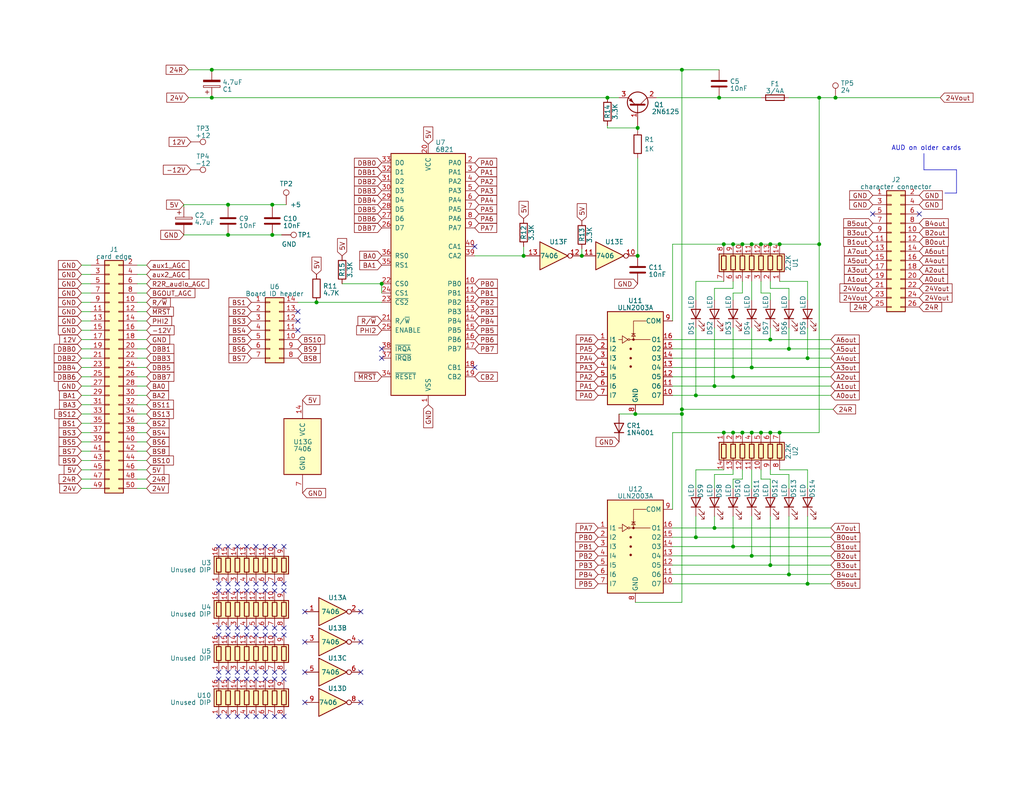
<source format=kicad_sch>
(kicad_sch (version 20230121) (generator eeschema)
  (paper "A")
  (junction (at 220.345 159.385))
  (junction (at 142.875 69.85))
  (junction (at 197.485 118.11))
  (junction (at 215.265 156.845))
  (junction (at 194.945 105.41))
  (junction (at 205.105 118.11))
  (junction (at 173.355 113.03))
  (junction (at 197.485 66.675))
  (junction (at 189.865 146.685))
  (junction (at 202.565 66.675))
  (junction (at 223.52 66.675))
  (junction (at 207.645 66.675))
  (junction (at 173.99 34.925))
  (junction (at 74.295 64.135))
  (junction (at 104.14 77.47))
  (junction (at 205.105 151.765))
  (junction (at 220.345 97.79))
  (junction (at 158.75 69.85))
  (junction (at 196.215 26.67))
  (junction (at 210.185 92.71))
  (junction (at 200.025 149.225))
  (junction (at 165.735 26.67))
  (junction (at 200.025 66.675))
  (junction (at 62.23 55.88))
  (junction (at 215.265 95.25))
  (junction (at 194.945 144.145))
  (junction (at 223.52 26.67))
  (junction (at 200.025 118.11))
  (junction (at 57.785 26.67))
  (junction (at 210.185 66.675))
  (junction (at 210.185 118.11))
  (junction (at 57.785 19.05))
  (junction (at 173.99 69.85))
  (junction (at 186.055 111.76))
  (junction (at 205.105 66.675))
  (junction (at 186.055 19.05))
  (junction (at 186.055 113.03))
  (junction (at 205.105 100.33))
  (junction (at 212.725 66.675))
  (junction (at 86.36 82.55))
  (junction (at 212.725 118.11))
  (junction (at 227.965 26.67))
  (junction (at 74.295 55.88))
  (junction (at 202.565 118.11))
  (junction (at 207.645 118.11))
  (junction (at 200.025 102.87))
  (junction (at 210.185 154.305))
  (junction (at 62.23 64.135))
  (junction (at 189.865 107.95))
  (no_connect (at 72.39 149.225))
  (no_connect (at 83.185 191.77))
  (no_connect (at 69.85 195.58))
  (no_connect (at 64.77 161.29))
  (no_connect (at 98.425 183.515))
  (no_connect (at 81.28 85.09))
  (no_connect (at 74.93 183.515))
  (no_connect (at 74.93 185.42))
  (no_connect (at 69.85 171.45))
  (no_connect (at 59.69 161.29))
  (no_connect (at 69.85 159.385))
  (no_connect (at 67.31 161.29))
  (no_connect (at 72.39 183.515))
  (no_connect (at 74.93 171.45))
  (no_connect (at 238.125 58.42))
  (no_connect (at 129.54 100.33))
  (no_connect (at 129.54 67.31))
  (no_connect (at 98.425 191.77))
  (no_connect (at 74.93 161.29))
  (no_connect (at 59.69 149.225))
  (no_connect (at 72.39 173.355))
  (no_connect (at 77.47 173.355))
  (no_connect (at 64.77 173.355))
  (no_connect (at 62.23 183.515))
  (no_connect (at 77.47 159.385))
  (no_connect (at 62.23 185.42))
  (no_connect (at 59.69 173.355))
  (no_connect (at 83.185 183.515))
  (no_connect (at 69.85 185.42))
  (no_connect (at 59.69 171.45))
  (no_connect (at 69.85 173.355))
  (no_connect (at 67.31 149.225))
  (no_connect (at 59.69 195.58))
  (no_connect (at 72.39 171.45))
  (no_connect (at 67.31 195.58))
  (no_connect (at 67.31 171.45))
  (no_connect (at 62.23 159.385))
  (no_connect (at 67.31 159.385))
  (no_connect (at 64.77 171.45))
  (no_connect (at 81.28 87.63))
  (no_connect (at 64.77 185.42))
  (no_connect (at 104.14 95.25))
  (no_connect (at 59.69 159.385))
  (no_connect (at 62.23 149.225))
  (no_connect (at 69.85 161.29))
  (no_connect (at 250.825 58.42))
  (no_connect (at 77.47 171.45))
  (no_connect (at 64.77 183.515))
  (no_connect (at 74.93 173.355))
  (no_connect (at 98.425 175.26))
  (no_connect (at 77.47 149.225))
  (no_connect (at 104.14 97.79))
  (no_connect (at 72.39 161.29))
  (no_connect (at 59.69 185.42))
  (no_connect (at 77.47 185.42))
  (no_connect (at 74.93 195.58))
  (no_connect (at 64.77 195.58))
  (no_connect (at 62.23 173.355))
  (no_connect (at 74.93 149.225))
  (no_connect (at 69.85 149.225))
  (no_connect (at 77.47 183.515))
  (no_connect (at 98.425 167.005))
  (no_connect (at 72.39 185.42))
  (no_connect (at 81.28 90.17))
  (no_connect (at 64.77 159.385))
  (no_connect (at 74.93 159.385))
  (no_connect (at 77.47 195.58))
  (no_connect (at 62.23 161.29))
  (no_connect (at 83.185 167.005))
  (no_connect (at 59.69 183.515))
  (no_connect (at 62.23 195.58))
  (no_connect (at 64.77 149.225))
  (no_connect (at 67.31 185.42))
  (no_connect (at 69.85 183.515))
  (no_connect (at 67.31 183.515))
  (no_connect (at 72.39 159.385))
  (no_connect (at 83.185 175.26))
  (no_connect (at 62.23 171.45))
  (no_connect (at 67.31 173.355))
  (no_connect (at 77.47 161.29))
  (no_connect (at 72.39 195.58))
  (wire (pts (xy 202.565 128.27) (xy 202.565 130.81)))
  (wire (pts (xy 189.865 146.685) (xy 189.865 140.97)))
  (wire (pts (xy 40.005 113.03) (xy 37.465 113.03)))
  (wire (pts (xy 183.515 97.79) (xy 220.345 97.79)))
  (wire (pts (xy 40.005 123.19) (xy 37.465 123.19)))
  (wire (pts (xy 40.005 102.87) (xy 37.465 102.87)))
  (polyline (pts (xy 260.985 46.355) (xy 260.985 52.705)))
  (wire (pts (xy 40.005 107.95) (xy 37.465 107.95)))
  (wire (pts (xy 40.005 80.01) (xy 37.465 80.01)))
  (wire (pts (xy 207.645 130.81) (xy 210.185 130.81)))
  (wire (pts (xy 189.865 107.95) (xy 189.865 89.535)))
  (wire (pts (xy 179.07 26.67) (xy 196.215 26.67)))
  (wire (pts (xy 189.865 107.95) (xy 183.515 107.95)))
  (wire (pts (xy 24.765 90.17) (xy 22.225 90.17)))
  (wire (pts (xy 24.765 72.39) (xy 22.225 72.39)))
  (wire (pts (xy 226.695 144.145) (xy 194.945 144.145)))
  (wire (pts (xy 189.865 81.915) (xy 189.865 76.835)))
  (wire (pts (xy 200.025 80.01) (xy 202.565 80.01)))
  (wire (pts (xy 189.865 76.835) (xy 197.485 76.835)))
  (wire (pts (xy 227.965 26.67) (xy 256.54 26.67)))
  (wire (pts (xy 220.345 159.385) (xy 220.345 140.97)))
  (wire (pts (xy 220.345 97.79) (xy 226.695 97.79)))
  (wire (pts (xy 86.36 82.55) (xy 104.14 82.55)))
  (wire (pts (xy 215.265 156.845) (xy 183.515 156.845)))
  (wire (pts (xy 189.865 133.35) (xy 189.865 128.27)))
  (wire (pts (xy 200.025 149.225) (xy 183.515 149.225)))
  (wire (pts (xy 24.765 107.95) (xy 22.225 107.95)))
  (wire (pts (xy 24.765 80.01) (xy 22.225 80.01)))
  (wire (pts (xy 226.695 146.685) (xy 189.865 146.685)))
  (wire (pts (xy 24.765 95.25) (xy 22.225 95.25)))
  (wire (pts (xy 24.765 120.65) (xy 22.225 120.65)))
  (wire (pts (xy 194.945 78.74) (xy 194.945 81.915)))
  (wire (pts (xy 210.185 81.915) (xy 210.185 80.01)))
  (wire (pts (xy 215.265 95.25) (xy 183.515 95.25)))
  (wire (pts (xy 40.005 92.71) (xy 37.465 92.71)))
  (wire (pts (xy 142.875 69.85) (xy 143.51 69.85)))
  (wire (pts (xy 207.645 128.27) (xy 207.645 130.81)))
  (wire (pts (xy 200.025 130.81) (xy 200.025 133.35)))
  (wire (pts (xy 24.765 110.49) (xy 22.225 110.49)))
  (wire (pts (xy 40.005 130.81) (xy 37.465 130.81)))
  (wire (pts (xy 226.695 151.765) (xy 205.105 151.765)))
  (wire (pts (xy 62.23 64.135) (xy 74.295 64.135)))
  (wire (pts (xy 212.725 66.675) (xy 223.52 66.675)))
  (wire (pts (xy 210.185 92.71) (xy 183.515 92.71)))
  (wire (pts (xy 226.695 100.33) (xy 205.105 100.33)))
  (wire (pts (xy 40.005 118.11) (xy 37.465 118.11)))
  (polyline (pts (xy 257.81 52.705) (xy 260.985 52.705)))
  (wire (pts (xy 220.345 89.535) (xy 220.345 97.79)))
  (wire (pts (xy 212.725 128.27) (xy 220.345 128.27)))
  (wire (pts (xy 200.025 129.54) (xy 194.945 129.54)))
  (wire (pts (xy 74.295 55.88) (xy 74.295 56.515)))
  (wire (pts (xy 50.165 64.135) (xy 62.23 64.135)))
  (wire (pts (xy 200.025 66.675) (xy 197.485 66.675)))
  (wire (pts (xy 226.695 154.305) (xy 210.185 154.305)))
  (wire (pts (xy 202.565 130.81) (xy 200.025 130.81)))
  (wire (pts (xy 40.005 125.73) (xy 37.465 125.73)))
  (wire (pts (xy 212.725 76.835) (xy 220.345 76.835)))
  (wire (pts (xy 24.765 85.09) (xy 22.225 85.09)))
  (wire (pts (xy 40.005 74.93) (xy 37.465 74.93)))
  (wire (pts (xy 165.735 26.67) (xy 168.91 26.67)))
  (polyline (pts (xy 252.095 46.355) (xy 260.985 46.355)))
  (wire (pts (xy 40.005 115.57) (xy 37.465 115.57)))
  (wire (pts (xy 212.725 66.675) (xy 210.185 66.675)))
  (wire (pts (xy 183.515 118.11) (xy 197.485 118.11)))
  (wire (pts (xy 40.005 95.25) (xy 37.465 95.25)))
  (wire (pts (xy 24.765 87.63) (xy 22.225 87.63)))
  (wire (pts (xy 104.14 77.47) (xy 104.14 80.01)))
  (wire (pts (xy 197.485 118.11) (xy 200.025 118.11)))
  (wire (pts (xy 51.435 19.05) (xy 57.785 19.05)))
  (wire (pts (xy 173.355 113.03) (xy 186.055 113.03)))
  (wire (pts (xy 62.23 55.88) (xy 74.295 55.88)))
  (wire (pts (xy 205.105 151.765) (xy 205.105 140.97)))
  (wire (pts (xy 215.265 95.25) (xy 215.265 89.535)))
  (wire (pts (xy 194.945 105.41) (xy 194.945 89.535)))
  (wire (pts (xy 210.185 129.54) (xy 215.265 129.54)))
  (wire (pts (xy 194.945 133.35) (xy 194.945 129.54)))
  (wire (pts (xy 210.185 154.305) (xy 210.185 140.97)))
  (wire (pts (xy 210.185 66.675) (xy 207.645 66.675)))
  (wire (pts (xy 40.005 72.39) (xy 37.465 72.39)))
  (wire (pts (xy 223.52 26.67) (xy 223.52 66.675)))
  (wire (pts (xy 226.695 105.41) (xy 194.945 105.41)))
  (wire (pts (xy 165.735 34.925) (xy 173.99 34.925)))
  (wire (pts (xy 186.055 164.465) (xy 186.055 113.03)))
  (wire (pts (xy 226.695 159.385) (xy 220.345 159.385)))
  (wire (pts (xy 24.765 128.27) (xy 22.225 128.27)))
  (wire (pts (xy 215.265 26.67) (xy 223.52 26.67)))
  (wire (pts (xy 76.835 64.135) (xy 74.295 64.135)))
  (wire (pts (xy 24.765 113.03) (xy 22.225 113.03)))
  (wire (pts (xy 50.165 55.88) (xy 50.165 56.515)))
  (wire (pts (xy 81.28 82.55) (xy 86.36 82.55)))
  (wire (pts (xy 210.185 92.71) (xy 226.695 92.71)))
  (wire (pts (xy 210.185 92.71) (xy 210.185 89.535)))
  (wire (pts (xy 173.99 35.56) (xy 173.99 34.925)))
  (wire (pts (xy 197.485 128.27) (xy 189.865 128.27)))
  (wire (pts (xy 194.945 105.41) (xy 183.515 105.41)))
  (wire (pts (xy 129.54 69.85) (xy 142.875 69.85)))
  (wire (pts (xy 40.005 105.41) (xy 37.465 105.41)))
  (wire (pts (xy 186.055 19.05) (xy 196.215 19.05)))
  (wire (pts (xy 24.765 97.79) (xy 22.225 97.79)))
  (wire (pts (xy 24.765 115.57) (xy 22.225 115.57)))
  (wire (pts (xy 186.055 111.76) (xy 186.055 113.03)))
  (wire (pts (xy 40.005 97.79) (xy 37.465 97.79)))
  (wire (pts (xy 62.23 55.88) (xy 62.23 56.515)))
  (wire (pts (xy 40.005 85.09) (xy 37.465 85.09)))
  (wire (pts (xy 202.565 80.01) (xy 202.565 76.835)))
  (wire (pts (xy 207.645 76.835) (xy 207.645 80.01)))
  (wire (pts (xy 220.345 81.915) (xy 220.345 76.835)))
  (wire (pts (xy 40.005 133.35) (xy 37.465 133.35)))
  (wire (pts (xy 40.005 128.27) (xy 37.465 128.27)))
  (wire (pts (xy 50.165 55.88) (xy 62.23 55.88)))
  (wire (pts (xy 24.765 125.73) (xy 22.225 125.73)))
  (wire (pts (xy 24.765 130.81) (xy 22.225 130.81)))
  (wire (pts (xy 24.765 105.41) (xy 22.225 105.41)))
  (wire (pts (xy 24.765 82.55) (xy 22.225 82.55)))
  (wire (pts (xy 207.645 118.11) (xy 205.105 118.11)))
  (wire (pts (xy 212.725 118.11) (xy 223.52 118.11)))
  (wire (pts (xy 93.345 77.47) (xy 104.14 77.47)))
  (wire (pts (xy 215.265 156.845) (xy 215.265 140.97)))
  (wire (pts (xy 173.355 164.465) (xy 186.055 164.465)))
  (wire (pts (xy 200.025 128.27) (xy 200.025 129.54)))
  (wire (pts (xy 183.515 66.675) (xy 183.515 87.63)))
  (wire (pts (xy 215.265 129.54) (xy 215.265 133.35)))
  (wire (pts (xy 40.005 110.49) (xy 37.465 110.49)))
  (wire (pts (xy 78.105 55.88) (xy 74.295 55.88)))
  (wire (pts (xy 223.52 66.675) (xy 223.52 118.11)))
  (wire (pts (xy 210.185 76.835) (xy 210.185 78.74)))
  (wire (pts (xy 200.025 78.74) (xy 194.945 78.74)))
  (wire (pts (xy 226.695 149.225) (xy 200.025 149.225)))
  (wire (pts (xy 24.765 100.33) (xy 22.225 100.33)))
  (wire (pts (xy 24.765 74.93) (xy 22.225 74.93)))
  (wire (pts (xy 51.435 26.67) (xy 57.785 26.67)))
  (wire (pts (xy 207.645 80.01) (xy 210.185 80.01)))
  (wire (pts (xy 200.025 149.225) (xy 200.025 140.97)))
  (wire (pts (xy 183.515 118.11) (xy 183.515 139.065)))
  (wire (pts (xy 205.105 151.765) (xy 183.515 151.765)))
  (wire (pts (xy 210.185 78.74) (xy 215.265 78.74)))
  (wire (pts (xy 40.005 100.33) (xy 37.465 100.33)))
  (wire (pts (xy 226.695 156.845) (xy 215.265 156.845)))
  (wire (pts (xy 40.005 90.17) (xy 37.465 90.17)))
  (wire (pts (xy 205.105 100.33) (xy 205.105 89.535)))
  (wire (pts (xy 205.105 66.675) (xy 207.645 66.675)))
  (wire (pts (xy 24.765 77.47) (xy 22.225 77.47)))
  (wire (pts (xy 210.185 154.305) (xy 183.515 154.305)))
  (wire (pts (xy 168.91 113.03) (xy 173.355 113.03)))
  (wire (pts (xy 205.105 118.11) (xy 202.565 118.11)))
  (wire (pts (xy 40.005 77.47) (xy 37.465 77.47)))
  (wire (pts (xy 165.735 34.925) (xy 165.735 34.29)))
  (wire (pts (xy 223.52 26.67) (xy 227.965 26.67)))
  (wire (pts (xy 205.105 81.915) (xy 205.105 76.835)))
  (wire (pts (xy 197.485 66.675) (xy 183.515 66.675)))
  (wire (pts (xy 200.025 78.74) (xy 200.025 76.835)))
  (wire (pts (xy 142.875 67.31) (xy 142.875 69.85)))
  (wire (pts (xy 24.765 92.71) (xy 22.225 92.71)))
  (wire (pts (xy 202.565 66.675) (xy 200.025 66.675)))
  (wire (pts (xy 210.185 118.11) (xy 207.645 118.11)))
  (wire (pts (xy 24.765 102.87) (xy 22.225 102.87)))
  (wire (pts (xy 40.005 87.63) (xy 37.465 87.63)))
  (wire (pts (xy 40.005 82.55) (xy 37.465 82.55)))
  (wire (pts (xy 189.865 146.685) (xy 183.515 146.685)))
  (wire (pts (xy 57.785 26.67) (xy 165.735 26.67)))
  (wire (pts (xy 200.025 102.87) (xy 183.515 102.87)))
  (wire (pts (xy 194.945 144.145) (xy 194.945 140.97)))
  (wire (pts (xy 24.765 118.11) (xy 22.225 118.11)))
  (wire (pts (xy 210.185 130.81) (xy 210.185 133.35)))
  (wire (pts (xy 186.055 19.05) (xy 186.055 111.76)))
  (wire (pts (xy 220.345 128.27) (xy 220.345 133.35)))
  (wire (pts (xy 226.695 107.95) (xy 189.865 107.95)))
  (wire (pts (xy 57.785 19.05) (xy 186.055 19.05)))
  (wire (pts (xy 205.105 100.33) (xy 183.515 100.33)))
  (wire (pts (xy 226.695 95.25) (xy 215.265 95.25)))
  (wire (pts (xy 220.345 159.385) (xy 183.515 159.385)))
  (wire (pts (xy 210.185 128.27) (xy 210.185 129.54)))
  (wire (pts (xy 226.695 102.87) (xy 200.025 102.87)))
  (wire (pts (xy 158.75 67.945) (xy 158.75 69.85)))
  (wire (pts (xy 200.025 102.87) (xy 200.025 89.535)))
  (wire (pts (xy 173.99 43.18) (xy 173.99 69.85)))
  (wire (pts (xy 207.645 26.67) (xy 196.215 26.67)))
  (wire (pts (xy 173.99 34.925) (xy 173.99 34.29)))
  (wire (pts (xy 227.33 111.76) (xy 186.055 111.76)))
  (wire (pts (xy 202.565 118.11) (xy 200.025 118.11)))
  (wire (pts (xy 194.945 144.145) (xy 183.515 144.145)))
  (wire (pts (xy 200.025 81.915) (xy 200.025 80.01)))
  (wire (pts (xy 202.565 66.675) (xy 205.105 66.675)))
  (polyline (pts (xy 252.095 41.91) (xy 252.095 46.355)))
  (wire (pts (xy 24.765 123.19) (xy 22.225 123.19)))
  (wire (pts (xy 40.005 120.65) (xy 37.465 120.65)))
  (wire (pts (xy 24.765 133.35) (xy 22.225 133.35)))
  (wire (pts (xy 212.725 118.11) (xy 210.185 118.11)))
  (wire (pts (xy 205.105 133.35) (xy 205.105 128.27)))
  (wire (pts (xy 215.265 78.74) (xy 215.265 81.915)))
  (text "AUD on older cards" (at 243.205 41.275 0) (effects (font (size 1.27 1.27)) (justify left bottom)))
  (global_label "aux1_AGC" (shape input) (at 40.005 72.39 0) (property "Intersheetrefs" "${INTERSHEET_REFS}" (effects hide)))
  (global_label "BS2" (shape input) (at 68.58 85.09 180) (property "Intersheetrefs" "${INTERSHEET_REFS}" (effects hide)))
  (global_label "PA4" (shape input) (at 163.195 97.79 180) (property "Intersheetrefs" "${INTERSHEET_REFS}" (effects hide)))
  (global_label "DBB6" (shape input) (at 104.14 59.69 180) (property "Intersheetrefs" "${INTERSHEET_REFS}" (effects hide)))
  (global_label "GND" (shape input) (at 168.91 120.65 180) (property "Intersheetrefs" "${INTERSHEET_REFS}" (effects hide)))
  (global_label "GND" (shape input) (at 22.225 80.01 180) (property "Intersheetrefs" "${INTERSHEET_REFS}" (effects hide)))
  (global_label "aux2_AGC" (shape input) (at 40.005 74.93 0) (property "Intersheetrefs" "${INTERSHEET_REFS}" (effects hide)))
  (global_label "PA7" (shape input) (at 129.54 62.23 0) (property "Intersheetrefs" "${INTERSHEET_REFS}" (effects hide)))
  (global_label "PHI2" (shape input) (at 104.14 90.17 180) (property "Intersheetrefs" "${INTERSHEET_REFS}" (effects hide)))
  (global_label "DBB3" (shape input) (at 104.14 52.07 180) (property "Intersheetrefs" "${INTERSHEET_REFS}" (effects hide)))
  (global_label "BA1" (shape input) (at 104.14 72.39 180) (property "Intersheetrefs" "${INTERSHEET_REFS}" (effects hide)))
  (global_label "24V" (shape input) (at 40.005 133.35 0) (property "Intersheetrefs" "${INTERSHEET_REFS}" (effects hide)))
  (global_label "DBB2" (shape input) (at 104.14 49.53 180) (property "Intersheetrefs" "${INTERSHEET_REFS}" (effects hide)))
  (global_label "BA2" (shape input) (at 40.005 107.95 0) (property "Intersheetrefs" "${INTERSHEET_REFS}" (effects hide)))
  (global_label "BS2" (shape input) (at 40.005 115.57 0) (property "Intersheetrefs" "${INTERSHEET_REFS}" (effects hide)))
  (global_label "GND" (shape input) (at 250.825 55.88 0) (property "Intersheetrefs" "${INTERSHEET_REFS}" (effects hide)))
  (global_label "DBB5" (shape input) (at 104.14 57.15 180) (property "Intersheetrefs" "${INTERSHEET_REFS}" (effects hide)))
  (global_label "5V" (shape input) (at 82.55 109.22 0) (property "Intersheetrefs" "${INTERSHEET_REFS}" (effects hide)))
  (global_label "BS8" (shape input) (at 81.28 97.79 0) (property "Intersheetrefs" "${INTERSHEET_REFS}" (effects hide)))
  (global_label "BA3" (shape input) (at 22.225 110.49 180) (property "Intersheetrefs" "${INTERSHEET_REFS}" (effects hide)))
  (global_label "GND" (shape input) (at 50.165 64.135 180) (property "Intersheetrefs" "${INTERSHEET_REFS}" (effects hide)))
  (global_label "24R" (shape input) (at 227.33 111.76 0) (property "Intersheetrefs" "${INTERSHEET_REFS}" (effects hide)))
  (global_label "PA2" (shape input) (at 129.54 49.53 0) (property "Intersheetrefs" "${INTERSHEET_REFS}" (effects hide)))
  (global_label "DBB0" (shape input) (at 104.14 44.45 180) (property "Intersheetrefs" "${INTERSHEET_REFS}" (effects hide)))
  (global_label "A6out" (shape input) (at 226.695 92.71 0) (property "Intersheetrefs" "${INTERSHEET_REFS}" (effects hide)))
  (global_label "PA3" (shape input) (at 163.195 100.33 180) (property "Intersheetrefs" "${INTERSHEET_REFS}" (effects hide)))
  (global_label "BS4" (shape input) (at 40.005 118.11 0) (property "Intersheetrefs" "${INTERSHEET_REFS}" (effects hide)))
  (global_label "PA0" (shape input) (at 129.54 44.45 0) (property "Intersheetrefs" "${INTERSHEET_REFS}" (effects hide)))
  (global_label "~{MRST}" (shape input) (at 104.14 102.87 180) (property "Intersheetrefs" "${INTERSHEET_REFS}" (effects hide)))
  (global_label "GND" (shape input) (at 22.225 82.55 180) (property "Intersheetrefs" "${INTERSHEET_REFS}" (effects hide)))
  (global_label "5V" (shape input) (at 22.225 128.27 180) (property "Intersheetrefs" "${INTERSHEET_REFS}" (effects hide)))
  (global_label "A5out" (shape input) (at 238.125 71.12 180) (property "Intersheetrefs" "${INTERSHEET_REFS}" (effects hide)))
  (global_label "PA7" (shape input) (at 163.195 144.145 180) (property "Intersheetrefs" "${INTERSHEET_REFS}" (effects hide)))
  (global_label "DBB7" (shape input) (at 40.005 102.87 0) (property "Intersheetrefs" "${INTERSHEET_REFS}" (effects hide)))
  (global_label "PA0" (shape input) (at 163.195 107.95 180) (property "Intersheetrefs" "${INTERSHEET_REFS}" (effects hide)))
  (global_label "24R" (shape input) (at 250.825 83.82 0) (property "Intersheetrefs" "${INTERSHEET_REFS}" (effects hide)))
  (global_label "DBB1" (shape input) (at 40.005 95.25 0) (property "Intersheetrefs" "${INTERSHEET_REFS}" (effects hide)))
  (global_label "5V" (shape input) (at 158.75 60.325 90) (property "Intersheetrefs" "${INTERSHEET_REFS}" (effects hide)))
  (global_label "PB3" (shape input) (at 163.195 154.305 180) (property "Intersheetrefs" "${INTERSHEET_REFS}" (effects hide)))
  (global_label "24Vout" (shape input) (at 250.825 81.28 0) (property "Intersheetrefs" "${INTERSHEET_REFS}" (effects hide)))
  (global_label "PB5" (shape input) (at 163.195 159.385 180) (property "Intersheetrefs" "${INTERSHEET_REFS}" (effects hide)))
  (global_label "PB6" (shape input) (at 129.54 92.71 0) (property "Intersheetrefs" "${INTERSHEET_REFS}" (effects hide)))
  (global_label "BS1" (shape input) (at 22.225 115.57 180) (property "Intersheetrefs" "${INTERSHEET_REFS}" (effects hide)))
  (global_label "PA4" (shape input) (at 129.54 54.61 0) (property "Intersheetrefs" "${INTERSHEET_REFS}" (effects hide)))
  (global_label "-12V" (shape input) (at 52.07 46.355 180) (property "Intersheetrefs" "${INTERSHEET_REFS}" (effects hide)))
  (global_label "PA6" (shape input) (at 129.54 59.69 0) (property "Intersheetrefs" "${INTERSHEET_REFS}" (effects hide)))
  (global_label "BS5" (shape input) (at 22.225 120.65 180) (property "Intersheetrefs" "${INTERSHEET_REFS}" (effects hide)))
  (global_label "GND" (shape input) (at 22.225 85.09 180) (property "Intersheetrefs" "${INTERSHEET_REFS}" (effects hide)))
  (global_label "DBB4" (shape input) (at 104.14 54.61 180) (property "Intersheetrefs" "${INTERSHEET_REFS}" (effects hide)))
  (global_label "24Vout" (shape input) (at 238.125 81.28 180) (property "Intersheetrefs" "${INTERSHEET_REFS}" (effects hide)))
  (global_label "A5out" (shape input) (at 226.695 95.25 0) (property "Intersheetrefs" "${INTERSHEET_REFS}" (effects hide)))
  (global_label "GND" (shape input) (at 238.125 53.34 180) (property "Intersheetrefs" "${INTERSHEET_REFS}" (effects hide)))
  (global_label "BS6" (shape input) (at 68.58 95.25 180) (property "Intersheetrefs" "${INTERSHEET_REFS}" (effects hide)))
  (global_label "GND" (shape input) (at 250.825 53.34 0) (property "Intersheetrefs" "${INTERSHEET_REFS}" (effects hide)))
  (global_label "BGOUT_AGC" (shape input) (at 40.005 80.01 0) (property "Intersheetrefs" "${INTERSHEET_REFS}" (effects hide)))
  (global_label "A2out" (shape input) (at 250.825 73.66 0) (property "Intersheetrefs" "${INTERSHEET_REFS}" (effects hide)))
  (global_label "PHI2" (shape input) (at 40.005 87.63 0) (property "Intersheetrefs" "${INTERSHEET_REFS}" (effects hide)))
  (global_label "GND" (shape input) (at 22.225 77.47 180) (property "Intersheetrefs" "${INTERSHEET_REFS}" (effects hide)))
  (global_label "24Vout" (shape input) (at 250.825 78.74 0) (property "Intersheetrefs" "${INTERSHEET_REFS}" (effects hide)))
  (global_label "24V" (shape input) (at 22.225 133.35 180) (property "Intersheetrefs" "${INTERSHEET_REFS}" (effects hide)))
  (global_label "B0out" (shape input) (at 250.825 66.04 0) (property "Intersheetrefs" "${INTERSHEET_REFS}" (effects hide)))
  (global_label "A2out" (shape input) (at 226.695 102.87 0) (property "Intersheetrefs" "${INTERSHEET_REFS}" (effects hide)))
  (global_label "B5out" (shape input) (at 226.695 159.385 0) (property "Intersheetrefs" "${INTERSHEET_REFS}" (effects hide)))
  (global_label "B4out" (shape input) (at 226.695 156.845 0) (property "Intersheetrefs" "${INTERSHEET_REFS}" (effects hide)))
  (global_label "B3out" (shape input) (at 238.125 63.5 180) (property "Intersheetrefs" "${INTERSHEET_REFS}" (effects hide)))
  (global_label "PB7" (shape input) (at 129.54 95.25 0) (property "Intersheetrefs" "${INTERSHEET_REFS}" (effects hide)))
  (global_label "PB4" (shape input) (at 129.54 87.63 0) (property "Intersheetrefs" "${INTERSHEET_REFS}" (effects hide)))
  (global_label "12V" (shape input) (at 52.07 38.735 180) (property "Intersheetrefs" "${INTERSHEET_REFS}" (effects hide)))
  (global_label "R{slash}~{W}" (shape input) (at 40.005 82.55 0) (property "Intersheetrefs" "${INTERSHEET_REFS}" (effects hide)))
  (global_label "GND" (shape input) (at 22.225 105.41 180) (property "Intersheetrefs" "${INTERSHEET_REFS}" (effects hide)))
  (global_label "DBB2" (shape input) (at 22.225 97.79 180) (property "Intersheetrefs" "${INTERSHEET_REFS}" (effects hide)))
  (global_label "24Vout" (shape input) (at 238.125 78.74 180) (property "Intersheetrefs" "${INTERSHEET_REFS}" (effects hide)))
  (global_label "BS3" (shape input) (at 22.225 118.11 180) (property "Intersheetrefs" "${INTERSHEET_REFS}" (effects hide)))
  (global_label "BA0" (shape input) (at 40.005 105.41 0) (property "Intersheetrefs" "${INTERSHEET_REFS}" (effects hide)))
  (global_label "24V" (shape input) (at 51.435 26.67 180) (property "Intersheetrefs" "${INTERSHEET_REFS}" (effects hide)))
  (global_label "PB2" (shape input) (at 163.195 151.765 180) (property "Intersheetrefs" "${INTERSHEET_REFS}" (effects hide)))
  (global_label "24Vout" (shape input) (at 256.54 26.67 0) (property "Intersheetrefs" "${INTERSHEET_REFS}" (effects hide)))
  (global_label "5V" (shape input) (at 116.84 39.37 90) (property "Intersheetrefs" "${INTERSHEET_REFS}" (effects hide)))
  (global_label "BS11" (shape input) (at 40.005 110.49 0) (property "Intersheetrefs" "${INTERSHEET_REFS}" (effects hide)))
  (global_label "B3out" (shape input) (at 226.695 154.305 0) (property "Intersheetrefs" "${INTERSHEET_REFS}" (effects hide)))
  (global_label "A3out" (shape input) (at 226.695 100.33 0) (property "Intersheetrefs" "${INTERSHEET_REFS}" (effects hide)))
  (global_label "BA1" (shape input) (at 22.225 107.95 180) (property "Intersheetrefs" "${INTERSHEET_REFS}" (effects hide)))
  (global_label "PB4" (shape input) (at 163.195 156.845 180) (property "Intersheetrefs" "${INTERSHEET_REFS}" (effects hide)))
  (global_label "DBB4" (shape input) (at 22.225 100.33 180) (property "Intersheetrefs" "${INTERSHEET_REFS}" (effects hide)))
  (global_label "PA1" (shape input) (at 129.54 46.99 0) (property "Intersheetrefs" "${INTERSHEET_REFS}" (effects hide)))
  (global_label "BS13" (shape input) (at 40.005 113.03 0) (property "Intersheetrefs" "${INTERSHEET_REFS}" (effects hide)))
  (global_label "A0out" (shape input) (at 250.825 76.2 0) (property "Intersheetrefs" "${INTERSHEET_REFS}" (effects hide)))
  (global_label "5V" (shape input) (at 142.875 59.69 90) (property "Intersheetrefs" "${INTERSHEET_REFS}" (effects hide)))
  (global_label "BS4" (shape input) (at 68.58 90.17 180) (property "Intersheetrefs" "${INTERSHEET_REFS}" (effects hide)))
  (global_label "GND" (shape input) (at 22.225 74.93 180) (property "Intersheetrefs" "${INTERSHEET_REFS}" (effects hide)))
  (global_label "GND" (shape input) (at 40.005 92.71 0) (property "Intersheetrefs" "${INTERSHEET_REFS}" (effects hide)))
  (global_label "~{MRST}" (shape input) (at 40.005 85.09 0) (property "Intersheetrefs" "${INTERSHEET_REFS}" (effects hide)))
  (global_label "GND" (shape input) (at 116.84 110.49 270) (property "Intersheetrefs" "${INTERSHEET_REFS}" (effects hide)))
  (global_label "24R" (shape input) (at 238.125 83.82 180) (property "Intersheetrefs" "${INTERSHEET_REFS}" (effects hide)))
  (global_label "A6out" (shape input) (at 250.825 68.58 0) (property "Intersheetrefs" "${INTERSHEET_REFS}" (effects hide)))
  (global_label "PA5" (shape input) (at 163.195 95.25 180) (property "Intersheetrefs" "${INTERSHEET_REFS}" (effects hide)))
  (global_label "B4out" (shape input) (at 250.825 60.96 0) (property "Intersheetrefs" "${INTERSHEET_REFS}" (effects hide)))
  (global_label "A1out" (shape input) (at 238.125 76.2 180) (property "Intersheetrefs" "${INTERSHEET_REFS}" (effects hide)))
  (global_label "24R" (shape input) (at 51.435 19.05 180) (property "Intersheetrefs" "${INTERSHEET_REFS}" (effects hide)))
  (global_label "A7out" (shape input) (at 226.695 144.145 0) (property "Intersheetrefs" "${INTERSHEET_REFS}" (effects hide)))
  (global_label "PB2" (shape input) (at 129.54 82.55 0) (property "Intersheetrefs" "${INTERSHEET_REFS}" (effects hide)))
  (global_label "PB1" (shape input) (at 163.195 149.225 180) (property "Intersheetrefs" "${INTERSHEET_REFS}" (effects hide)))
  (global_label "B1out" (shape input) (at 226.695 149.225 0) (property "Intersheetrefs" "${INTERSHEET_REFS}" (effects hide)))
  (global_label "PB0" (shape input) (at 129.54 77.47 0) (property "Intersheetrefs" "${INTERSHEET_REFS}" (effects hide)))
  (global_label "5V" (shape input) (at 50.165 55.88 180) (property "Intersheetrefs" "${INTERSHEET_REFS}" (effects hide)))
  (global_label "BS3" (shape input) (at 68.58 87.63 180) (property "Intersheetrefs" "${INTERSHEET_REFS}" (effects hide)))
  (global_label "PA5" (shape input) (at 129.54 57.15 0) (property "Intersheetrefs" "${INTERSHEET_REFS}" (effects hide)))
  (global_label "GND" (shape input) (at 22.225 87.63 180) (property "Intersheetrefs" "${INTERSHEET_REFS}" (effects hide)))
  (global_label "BS6" (shape input) (at 40.005 120.65 0) (property "Intersheetrefs" "${INTERSHEET_REFS}" (effects hide)))
  (global_label "DBB0" (shape input) (at 22.225 95.25 180) (property "Intersheetrefs" "${INTERSHEET_REFS}" (effects hide)))
  (global_label "B5out" (shape input) (at 238.125 60.96 180) (property "Intersheetrefs" "${INTERSHEET_REFS}" (effects hide)))
  (global_label "PB5" (shape input) (at 129.54 90.17 0) (property "Intersheetrefs" "${INTERSHEET_REFS}" (effects hide)))
  (global_label "BS12" (shape input) (at 22.225 113.03 180) (property "Intersheetrefs" "${INTERSHEET_REFS}" (effects hide)))
  (global_label "BA0" (shape input) (at 104.14 69.85 180) (property "Intersheetrefs" "${INTERSHEET_REFS}" (effects hide)))
  (global_label "B1out" (shape input) (at 238.125 66.04 180) (property "Intersheetrefs" "${INTERSHEET_REFS}" (effects hide)))
  (global_label "GND" (shape input) (at 22.225 72.39 180) (property "Intersheetrefs" "${INTERSHEET_REFS}" (effects hide)))
  (global_label "-12V" (shape input) (at 40.005 90.17 0) (property "Intersheetrefs" "${INTERSHEET_REFS}" (effects hide)))
  (global_label "5V" (shape input) (at 86.36 74.93 90) (property "Intersheetrefs" "${INTERSHEET_REFS}" (effects hide)))
  (global_label "BS5" (shape input) (at 68.58 92.71 180) (property "Intersheetrefs" "${INTERSHEET_REFS}" (effects hide)))
  (global_label "BS1" (shape input) (at 68.58 82.55 180) (property "Intersheetrefs" "${INTERSHEET_REFS}" (effects hide)))
  (global_label "BS9" (shape input) (at 81.28 95.25 0) (property "Intersheetrefs" "${INTERSHEET_REFS}" (effects hide)))
  (global_label "BS10" (shape input) (at 81.28 92.71 0) (property "Intersheetrefs" "${INTERSHEET_REFS}" (effects hide)))
  (global_label "PA6" (shape input) (at 163.195 92.71 180) (property "Intersheetrefs" "${INTERSHEET_REFS}" (effects hide)))
  (global_label "DBB7" (shape input) (at 104.14 62.23 180) (property "Intersheetrefs" "${INTERSHEET_REFS}" (effects hide)))
  (global_label "PA3" (shape input) (at 129.54 52.07 0) (property "Intersheetrefs" "${INTERSHEET_REFS}" (effects hide)))
  (global_label "B2out" (shape input) (at 250.825 63.5 0) (property "Intersheetrefs" "${INTERSHEET_REFS}" (effects hide)))
  (global_label "BS10" (shape input) (at 40.005 125.73 0) (property "Intersheetrefs" "${INTERSHEET_REFS}" (effects hide)))
  (global_label "GND" (shape input) (at 238.125 55.88 180) (property "Intersheetrefs" "${INTERSHEET_REFS}" (effects hide)))
  (global_label "DBB6" (shape input) (at 22.225 102.87 180) (property "Intersheetrefs" "${INTERSHEET_REFS}" (effects hide)))
  (global_label "5V" (shape input) (at 93.345 69.85 90) (property "Intersheetrefs" "${INTERSHEET_REFS}" (effects hide)))
  (global_label "PB1" (shape input) (at 129.54 80.01 0) (property "Intersheetrefs" "${INTERSHEET_REFS}" (effects hide)))
  (global_label "24R" (shape input) (at 40.005 130.81 0) (property "Intersheetrefs" "${INTERSHEET_REFS}" (effects hide)))
  (global_label "GND" (shape input) (at 173.99 77.47 180) (property "Intersheetrefs" "${INTERSHEET_REFS}" (effects hide)))
  (global_label "A4out" (shape input) (at 226.695 97.79 0) (property "Intersheetrefs" "${INTERSHEET_REFS}" (effects hide)))
  (global_label "PA2" (shape input) (at 163.195 102.87 180) (property "Intersheetrefs" "${INTERSHEET_REFS}" (effects hide)))
  (global_label "5V" (shape input) (at 40.005 128.27 0) (property "Intersheetrefs" "${INTERSHEET_REFS}" (effects hide)))
  (global_label "24R" (shape input) (at 22.225 130.81 180) (property "Intersheetrefs" "${INTERSHEET_REFS}" (effects hide)))
  (global_label "DBB3" (shape input) (at 40.005 97.79 0) (property "Intersheetrefs" "${INTERSHEET_REFS}" (effects hide)))
  (global_label "DBB1" (shape input) (at 104.14 46.99 180) (property "Intersheetrefs" "${INTERSHEET_REFS}" (effects hide)))
  (global_label "A7out" (shape input) (at 238.125 68.58 180) (property "Intersheetrefs" "${INTERSHEET_REFS}" (effects hide)))
  (global_label "PB3" (shape input) (at 129.54 85.09 0) (property "Intersheetrefs" "${INTERSHEET_REFS}" (effects hide)))
  (global_label "GND" (shape input) (at 22.225 90.17 180) (property "Intersheetrefs" "${INTERSHEET_REFS}" (effects hide)))
  (global_label "A4out" (shape input) (at 250.825 71.12 0) (property "Intersheetrefs" "${INTERSHEET_REFS}" (effects hide)))
  (global_label "BS9" (shape input) (at 22.225 125.73 180) (property "Intersheetrefs" "${INTERSHEET_REFS}" (effects hide)))
  (global_label "B0out" (shape input) (at 226.695 146.685 0) (property "Intersheetrefs" "${INTERSHEET_REFS}" (effects hide)))
  (global_label "A1out" (shape input) (at 226.695 105.41 0) (property "Intersheetrefs" "${INTERSHEET_REFS}" (effects hide)))
  (global_label "A0out" (shape input) (at 226.695 107.95 0) (property "Intersheetrefs" "${INTERSHEET_REFS}" (effects hide)))
  (global_label "BS8" (shape input) (at 40.005 123.19 0) (property "Intersheetrefs" "${INTERSHEET_REFS}" (effects hide)))
  (global_label "BS7" (shape input) (at 68.58 97.79 180) (property "Intersheetrefs" "${INTERSHEET_REFS}" (effects hide)))
  (global_label "12V" (shape input) (at 22.225 92.71 180) (property "Intersheetrefs" "${INTERSHEET_REFS}" (effects hide)))
  (global_label "PB0" (shape input) (at 163.195 146.685 180) (property "Intersheetrefs" "${INTERSHEET_REFS}" (effects hide)))
  (global_label "R{slash}~{W}" (shape input) (at 104.14 87.63 180) (property "Intersheetrefs" "${INTERSHEET_REFS}" (effects hide)))
  (global_label "GND" (shape input) (at 82.55 134.62 0) (property "Intersheetrefs" "${INTERSHEET_REFS}" (effects hide)))
  (global_label "B2out" (shape input) (at 226.695 151.765 0) (property "Intersheetrefs" "${INTERSHEET_REFS}" (effects hide)))
  (global_label "A3out" (shape input) (at 238.125 73.66 180) (property "Intersheetrefs" "${INTERSHEET_REFS}" (effects hide)))
  (global_label "BS7" (shape input) (at 22.225 123.19 180) (property "Intersheetrefs" "${INTERSHEET_REFS}" (effects hide)))
  (global_label "DBB5" (shape input) (at 40.005 100.33 0) (property "Intersheetrefs" "${INTERSHEET_REFS}" (effects hide)))
  (global_label "CB2" (shape input) (at 129.54 102.87 0) (property "Intersheetrefs" "${INTERSHEET_REFS}" (effects hide)))
  (global_label "PA1" (shape input) (at 163.195 105.41 180) (property "Intersheetrefs" "${INTERSHEET_REFS}" (effects hide)))
  (global_label "R2R_audio_AGC" (shape input) (at 40.005 77.47 0) (property "Intersheetrefs" "${INTERSHEET_REFS}" (effects hide)))
  (symbol (lib_id "Device:LED") (at 210.185 85.725 90) (unit 1)
    (property "Reference" "DS7" (at 208.915 87.63 0) (effects (justify right)))
    (property "Value" "LED" (at 208.915 80.645 0) (effects (justify right)))
    (property "Footprint" "LED_THT:LED_D5.0mm_Horizontal_O3.81mm_Z15.0mm" (effects hide))
  )
  (symbol (lib_id "Device:LED") (at 200.025 137.16 90) (unit 1)
    (property "Reference" "DS10" (at 201.295 130.81 0) (effects (justify right)))
    (property "Value" "LED" (at 198.755 132.08 0) (effects (justify right)))
    (property "Footprint" "LED_THT:LED_D5.0mm_Horizontal_O3.81mm_Z15.0mm" (effects hide))
  )
  (symbol (lib_id "Device:LED") (at 194.945 85.725 90) (unit 1)
    (property "Reference" "DS2" (at 193.675 87.63 0) (effects (justify right)))
    (property "Value" "LED" (at 193.675 80.645 0) (effects (justify right)))
    (property "Footprint" "LED_THT:LED_D5.0mm_Horizontal_O3.81mm_Z15.0mm" (effects hide))
  )
  (symbol (lib_id "Device:R_Pack08") (at 69.85 154.305 0) (unit 1)
    (property "Reference" "U3" (at 57.6581 153.6613 0) (effects (justify right)))
    (property "Value" "Unused DIP" (at 57.6581 155.5823 0) (effects (justify right)))
    (property "Footprint" "Package_DIP:DIP-16_W7.62mm" (effects hide))
  )
  (symbol (lib_id "Device:LED") (at 215.265 137.16 90) (unit 1)
    (property "Reference" "DS13" (at 216.535 130.81 0) (effects (justify right)))
    (property "Value" "LED" (at 213.995 132.08 0) (effects (justify right)))
    (property "Footprint" "LED_THT:LED_D5.0mm_Horizontal_O3.81mm_Z15.0mm" (effects hide))
  )
  (symbol (lib_id "Transistor_Array:ULN2003A") (at 173.355 97.79 0) (unit 1)
    (property "Reference" "U11" (at 173.355 82.0801 0))
    (property "Value" "ULN2003A" (at 173.355 84.0011 0))
    (property "Footprint" "Package_DIP:DIP-16_W7.62mm" (effects hide))
    (property "Datasheet" "http://www.ti.com/lit/ds/symlink/uln2003a.pdf" (effects hide))
  )
  (symbol (lib_id "Device:R") (at 93.345 73.66 0) (mirror y) (unit 1)
    (property "Reference" "R15" (at 93.345 73.66 90))
    (property "Value" "3.3K" (at 95.4499 73.66 90))
    (property "Footprint" "Resistor_THT:R_Axial_DIN0309_L9.0mm_D3.2mm_P12.70mm_Horizontal" (effects hide))
  )
  (symbol (lib_id "Transistor_BJT:2N3906") (at 173.99 29.21 270) (mirror x) (unit 1)
    (property "Reference" "Q1" (at 178.435 28.575 90) (effects (justify left)))
    (property "Value" "2N6125" (at 177.8 30.48 90) (effects (justify left)))
    (property "Footprint" "Package_TO_SOT_THT:TO-220-3_Horizontal_TabDown" (effects hide))
  )
  (symbol (lib_id "Connector:TestPoint") (at 52.07 38.735 270) (mirror x) (unit 1)
    (property "Reference" "TP3" (at 55.372 35.0901 90))
    (property "Value" "+12" (at 55.372 37.0111 90))
    (property "Footprint" "TestPoint:TestPoint_Plated_Hole_D3.0mm" (effects hide))
  )
  (symbol (lib_id "Device:C_Polarized") (at 57.785 22.86 0) (mirror x) (unit 1)
    (property "Reference" "C1" (at 60.706 24.3927 0) (effects (justify left)))
    (property "Value" "4.7uF" (at 60.706 22.4717 0) (effects (justify left)))
    (property "Footprint" "Evan's parts:CP_Radial_Tantal_D4mm_P3.81mm" (effects hide))
  )
  (symbol (lib_id "Device:R") (at 142.875 63.5 180) (unit 1)
    (property "Reference" "R12" (at 142.875 63.5 90))
    (property "Value" "3.3K" (at 144.9799 63.5 90))
    (property "Footprint" "Resistor_THT:R_Axial_DIN0309_L9.0mm_D3.2mm_P12.70mm_Horizontal" (effects hide))
  )
  (symbol (lib_id "Device:Fuse") (at 211.455 26.67 90) (unit 1)
    (property "Reference" "F1" (at 211.455 22.8981 90))
    (property "Value" "3/4A" (at 211.455 24.8191 90))
    (property "Footprint" "Fuse:Fuseholder_Littelfuse_445_030_series_5x30mm" (effects hide))
  )
  (symbol (lib_id "Connector:TestPoint") (at 52.07 46.355 270) (mirror x) (unit 1)
    (property "Reference" "TP4" (at 55.372 42.7101 90))
    (property "Value" "-12" (at 55.372 44.6311 90))
    (property "Footprint" "TestPoint:TestPoint_Plated_Hole_D3.0mm" (effects hide))
  )
  (symbol (lib_id "74xx:74LS06") (at 151.13 69.85 0) (unit 6)
    (property "Reference" "U13" (at 152.4 66.04 0))
    (property "Value" "7406" (at 149.86 69.85 0))
    (property "Footprint" "Package_DIP:DIP-14_W7.62mm" (effects hide))
    (property "Datasheet" "http://www.ti.com/lit/gpn/sn74LS06" (effects hide))
  )
  (symbol (lib_id "Device:R_Pack08") (at 69.85 166.37 0) (unit 1)
    (property "Reference" "U4" (at 57.658 165.7263 0) (effects (justify right)))
    (property "Value" "Unused DIP" (at 57.658 167.6473 0) (effects (justify right)))
    (property "Footprint" "Package_DIP:DIP-16_W7.62mm" (effects hide))
  )
  (symbol (lib_id "Transistor_Array:ULN2003A") (at 173.355 149.225 0) (unit 1)
    (property "Reference" "U12" (at 173.355 133.5151 0))
    (property "Value" "ULN2003A" (at 173.355 135.4361 0))
    (property "Footprint" "Package_DIP:DIP-16_W7.62mm" (effects hide))
    (property "Datasheet" "http://www.ti.com/lit/ds/symlink/uln2003a.pdf" (effects hide))
  )
  (symbol (lib_id "Device:R_Pack08") (at 69.85 190.5 0) (unit 1)
    (property "Reference" "U10" (at 57.658 189.8563 0) (effects (justify right)))
    (property "Value" "Unused DIP" (at 57.658 191.7773 0) (effects (justify right)))
    (property "Footprint" "Package_DIP:DIP-16_W7.62mm" (effects hide))
  )
  (symbol (lib_id "Connector_Generic:Conn_02x25_Odd_Even") (at 29.845 102.87 0) (unit 1)
    (property "Reference" "J1" (at 31.115 68.1101 0))
    (property "Value" "card edge" (at 31.115 70.0311 0))
    (property "Footprint" "Evan's parts:Chuck_E_Cheese_small_card_edge" (effects hide))
  )
  (symbol (lib_id "Device:R") (at 165.735 30.48 180) (unit 1)
    (property "Reference" "R14" (at 165.735 30.48 90))
    (property "Value" "3.3K" (at 167.8399 30.48 90))
    (property "Footprint" "Resistor_THT:R_Axial_DIN0309_L9.0mm_D3.2mm_P12.70mm_Horizontal" (effects hide))
  )
  (symbol (lib_id "Device:R_Pack07") (at 205.105 123.19 0) (mirror x) (unit 1)
    (property "Reference" "U2" (at 217.0049 123.19 90))
    (property "Value" "2.2K" (at 215.0839 123.19 90))
    (property "Footprint" "Package_DIP:DIP-14_W7.62mm" (effects hide))
  )
  (symbol (lib_id "Device:LED") (at 210.185 137.16 90) (unit 1)
    (property "Reference" "DS12" (at 211.455 130.81 0) (effects (justify right)))
    (property "Value" "LED" (at 208.915 132.08 0) (effects (justify right)))
    (property "Footprint" "LED_THT:LED_D5.0mm_Horizontal_O3.81mm_Z15.0mm" (effects hide))
  )
  (symbol (lib_id "Device:R_Pack08") (at 69.85 178.435 0) (unit 1)
    (property "Reference" "U5" (at 57.658 177.7913 0) (effects (justify right)))
    (property "Value" "Unused DIP" (at 57.658 179.7123 0) (effects (justify right)))
    (property "Footprint" "Package_DIP:DIP-16_W7.62mm" (effects hide))
  )
  (symbol (lib_id "Device:LED") (at 220.345 85.725 90) (unit 1)
    (property "Reference" "DS5" (at 219.075 87.63 0) (effects (justify right)))
    (property "Value" "LED" (at 219.075 80.645 0) (effects (justify right)))
    (property "Footprint" "LED_THT:LED_D5.0mm_Horizontal_O3.81mm_Z15.0mm" (effects hide))
  )
  (symbol (lib_id "Device:C_Polarized") (at 50.165 60.325 0) (unit 1)
    (property "Reference" "C2" (at 53.086 58.7923 0) (effects (justify left)))
    (property "Value" "4.7uF" (at 53.086 60.7133 0) (effects (justify left)))
    (property "Footprint" "Evan's parts:CP_Radial_Tantal_D4mm_P3.81mm" (effects hide))
  )
  (symbol (lib_id "74xx:74LS06") (at 90.805 167.005 0) (unit 1)
    (property "Reference" "U13" (at 92.075 163.195 0))
    (property "Value" "7406" (at 90.17 167.005 0))
    (property "Footprint" "Package_DIP:DIP-14_W7.62mm" (effects hide))
    (property "Datasheet" "http://www.ti.com/lit/gpn/sn74LS06" (effects hide))
  )
  (symbol (lib_id "Device:C") (at 173.99 73.66 0) (unit 1)
    (property "Reference" "C11" (at 176.911 73.0163 0) (effects (justify left)))
    (property "Value" "10nF" (at 176.911 74.9373 0) (effects (justify left)))
    (property "Footprint" "Capacitor_THT:C_Rect_L7.0mm_W2.5mm_P5.00mm" (effects hide))
  )
  (symbol (lib_id "Device:R_Pack07") (at 205.105 71.755 0) (mirror y) (unit 1)
    (property "Reference" "U1" (at 217.0049 71.755 90))
    (property "Value" "2.2K" (at 215.0839 71.755 90))
    (property "Footprint" "Package_DIP:DIP-14_W7.62mm" (effects hide))
  )
  (symbol (lib_id "Device:C") (at 74.295 60.325 0) (unit 1)
    (property "Reference" "C10" (at 77.216 59.6813 0) (effects (justify left)))
    (property "Value" "10nF" (at 77.216 61.6023 0) (effects (justify left)))
    (property "Footprint" "Capacitor_THT:C_Rect_L7.0mm_W2.5mm_P5.00mm" (effects hide))
  )
  (symbol (lib_id "74xx:74LS06") (at 82.55 121.92 0) (unit 7)
    (property "Reference" "U13" (at 80.01 120.65 0) (effects (justify left)))
    (property "Value" "7406" (at 80.01 122.555 0) (effects (justify left)))
    (property "Footprint" "Package_DIP:DIP-14_W7.62mm" (effects hide))
    (property "Datasheet" "http://www.ti.com/lit/gpn/sn74LS06" (effects hide))
  )
  (symbol (lib_id "Device:LED") (at 189.865 137.16 90) (unit 1)
    (property "Reference" "DS9" (at 191.135 132.08 0) (effects (justify right)))
    (property "Value" "LED" (at 188.595 132.08 0) (effects (justify right)))
    (property "Footprint" "LED_THT:LED_D5.0mm_Horizontal_O3.81mm_Z15.0mm" (effects hide))
  )
  (symbol (lib_id "Device:C") (at 196.215 22.86 0) (unit 1)
    (property "Reference" "C5" (at 199.136 22.2163 0) (effects (justify left)))
    (property "Value" "10nF" (at 199.136 24.1373 0) (effects (justify left)))
    (property "Footprint" "Capacitor_THT:C_Rect_L7.0mm_W2.5mm_P5.00mm" (effects hide))
  )
  (symbol (lib_id "Device:LED") (at 194.945 137.16 90) (unit 1)
    (property "Reference" "DS8" (at 196.215 132.08 0) (effects (justify right)))
    (property "Value" "LED" (at 193.675 132.08 0) (effects (justify right)))
    (property "Footprint" "LED_THT:LED_D5.0mm_Horizontal_O3.81mm_Z15.0mm" (effects hide))
  )
  (symbol (lib_id "Device:LED") (at 215.265 85.725 90) (unit 1)
    (property "Reference" "DS6" (at 213.995 87.63 0) (effects (justify right)))
    (property "Value" "LED" (at 213.995 80.645 0) (effects (justify right)))
    (property "Footprint" "LED_THT:LED_D5.0mm_Horizontal_O3.81mm_Z15.0mm" (effects hide))
  )
  (symbol (lib_id "Connector:TestPoint") (at 76.835 64.135 270) (mirror x) (unit 1)
    (property "Reference" "TP1" (at 81.28 64.135 90) (effects (justify left)))
    (property "Value" "GND" (at 76.835 66.675 90) (effects (justify left)))
    (property "Footprint" "TestPoint:TestPoint_Plated_Hole_D3.0mm" (effects hide))
  )
  (symbol (lib_id "Device:C") (at 62.23 60.325 0) (unit 1)
    (property "Reference" "C9" (at 65.151 59.6813 0) (effects (justify left)))
    (property "Value" "10nF" (at 65.151 61.6023 0) (effects (justify left)))
    (property "Footprint" "Capacitor_THT:C_Rect_L7.0mm_W2.5mm_P5.00mm" (effects hide))
  )
  (symbol (lib_id "74xx:74LS06") (at 90.805 175.26 0) (unit 2)
    (property "Reference" "U13" (at 92.075 171.45 0))
    (property "Value" "7406" (at 90.17 175.26 0))
    (property "Footprint" "Package_DIP:DIP-14_W7.62mm" (effects hide))
    (property "Datasheet" "http://www.ti.com/lit/gpn/sn74LS06" (effects hide))
  )
  (symbol (lib_id "Connector_Generic:Conn_02x07_Counter_Clockwise") (at 73.66 90.17 0) (unit 1)
    (property "Reference" "U6" (at 74.93 78.2701 0))
    (property "Value" "Board ID header" (at 74.93 80.1911 0))
    (property "Footprint" "Package_DIP:DIP-14_W7.62mm" (effects hide))
  )
  (symbol (lib_id "74xx:74LS06") (at 166.37 69.85 0) (unit 5)
    (property "Reference" "U13" (at 167.64 66.04 0))
    (property "Value" "7406" (at 165.1 69.85 0))
    (property "Footprint" "Package_DIP:DIP-14_W7.62mm" (effects hide))
    (property "Datasheet" "http://www.ti.com/lit/gpn/sn74LS06" (effects hide))
  )
  (symbol (lib_id "Device:LED") (at 220.345 137.16 90) (unit 1)
    (property "Reference" "DS14" (at 221.615 130.81 0) (effects (justify right)))
    (property "Value" "LED" (at 219.075 132.08 0) (effects (justify right)))
    (property "Footprint" "LED_THT:LED_D5.0mm_Horizontal_O3.81mm_Z15.0mm" (effects hide))
  )
  (symbol (lib_id "74xx:74LS06") (at 90.805 191.77 0) (unit 4)
    (property "Reference" "U13" (at 92.075 187.96 0))
    (property "Value" "7406" (at 89.535 191.77 0))
    (property "Footprint" "Package_DIP:DIP-14_W7.62mm" (effects hide))
    (property "Datasheet" "http://www.ti.com/lit/gpn/sn74LS06" (effects hide))
  )
  (symbol (lib_id "Connector:TestPoint") (at 227.965 26.67 0) (unit 1)
    (property "Reference" "TP5" (at 229.362 22.7243 0) (effects (justify left)))
    (property "Value" "24" (at 229.362 24.6453 0) (effects (justify left)))
    (property "Footprint" "TestPoint:TestPoint_Plated_Hole_D3.0mm" (effects hide))
  )
  (symbol (lib_id "Diode:1N4001") (at 168.91 116.84 90) (unit 1)
    (property "Reference" "CR1" (at 170.942 116.1963 90) (effects (justify right)))
    (property "Value" "1N4001" (at 170.942 118.1173 90) (effects (justify right)))
    (property "Footprint" "Diode_THT:D_DO-41_SOD81_P12.70mm_Horizontal" (effects hide))
    (property "Datasheet" "http://www.vishay.com/docs/88503/1n4001.pdf" (effects hide))
    (property "Sim.Device" "D" (effects hide))
    (property "Sim.Pins" "1=K 2=A" (effects hide))
  )
  (symbol (lib_id "Device:LED") (at 205.105 85.725 90) (unit 1)
    (property "Reference" "DS4" (at 203.835 87.63 0) (effects (justify right)))
    (property "Value" "LED" (at 203.835 80.645 0) (effects (justify right)))
    (property "Footprint" "LED_THT:LED_D5.0mm_Horizontal_O3.81mm_Z15.0mm" (effects hide))
  )
  (symbol (lib_id "Device:R") (at 86.36 78.74 0) (unit 1)
    (property "Reference" "R11" (at 88.138 78.0963 0) (effects (justify left)))
    (property "Value" "4.7K" (at 88.138 80.0173 0) (effects (justify left)))
    (property "Footprint" "Resistor_THT:R_Axial_DIN0309_L9.0mm_D3.2mm_P12.70mm_Horizontal" (effects hide))
  )
  (symbol (lib_id "Device:LED") (at 189.865 85.725 90) (unit 1)
    (property "Reference" "DS1" (at 188.595 87.63 0) (effects (justify right)))
    (property "Value" "LED" (at 188.595 80.645 0) (effects (justify right)))
    (property "Footprint" "LED_THT:LED_D5.0mm_Horizontal_O3.81mm_Z15.0mm" (effects hide))
  )
  (symbol (lib_id "Interface:6821") (at 116.84 74.93 0) (unit 1)
    (property "Reference" "U7" (at 118.7959 38.9001 0) (effects (justify left)))
    (property "Value" "6821" (at 118.7959 40.8211 0) (effects (justify left)))
    (property "Footprint" "Package_DIP:DIP-40_W15.24mm" (effects hide))
    (property "Datasheet" "http://pdf.datasheetcatalog.com/datasheet/motorola/6821.pdf" (effects hide))
  )
  (symbol (lib_id "Device:R") (at 173.99 39.37 0) (unit 1)
    (property "Reference" "R1" (at 177.165 38.1 0))
    (property "Value" "1K" (at 177.165 40.64 0))
    (property "Footprint" "Resistor_THT:R_Axial_DIN0309_L9.0mm_D3.2mm_P20.32mm_Horizontal" (effects hide))
  )
  (symbol (lib_id "Connector:TestPoint") (at 78.105 55.88 0) (unit 1)
    (property "Reference" "TP2" (at 78.105 50.165 0))
    (property "Value" "+5" (at 80.645 55.88 0))
    (property "Footprint" "TestPoint:TestPoint_Plated_Hole_D3.0mm" (effects hide))
  )
  (symbol (lib_id "Device:R") (at 158.75 64.135 180) (unit 1)
    (property "Reference" "R13" (at 158.75 64.135 90))
    (property "Value" "3.3K" (at 160.8549 64.135 90))
    (property "Footprint" "Resistor_THT:R_Axial_DIN0309_L9.0mm_D3.2mm_P12.70mm_Horizontal" (effects hide))
  )
  (symbol (lib_id "74xx:74LS06") (at 90.805 183.515 0) (unit 3)
    (property "Reference" "U13" (at 92.075 179.705 0))
    (property "Value" "7406" (at 90.17 183.515 0))
    (property "Footprint" "Package_DIP:DIP-14_W7.62mm" (effects hide))
    (property "Datasheet" "http://www.ti.com/lit/gpn/sn74LS06" (effects hide))
  )
  (symbol (lib_id "Device:LED") (at 200.025 85.725 90) (unit 1)
    (property "Reference" "DS3" (at 198.755 87.63 0) (effects (justify right)))
    (property "Value" "LED" (at 198.755 80.645 0) (effects (justify right)))
    (property "Footprint" "LED_THT:LED_D5.0mm_Horizontal_O3.81mm_Z15.0mm" (effects hide))
  )
  (symbol (lib_id "Device:LED") (at 205.105 137.16 90) (unit 1)
    (property "Reference" "DS11" (at 206.375 130.81 0) (effects (justify right)))
    (property "Value" "LED" (at 203.835 132.08 0) (effects (justify right)))
    (property "Footprint" "LED_THT:LED_D5.0mm_Horizontal_O3.81mm_Z15.0mm" (effects hide))
  )
  (symbol (lib_id "Connector_Generic:Conn_02x13_Odd_Even") (at 243.205 68.58 0) (unit 1)
    (property "Reference" "J2" (at 244.475 49.0601 0))
    (property "Value" "character connector" (at 244.475 50.9811 0))
    (property "Footprint" "Connector_PinHeader_2.54mm:PinHeader_2x13_P2.54mm_Horizontal" (effects hide))
  )
)
</source>
